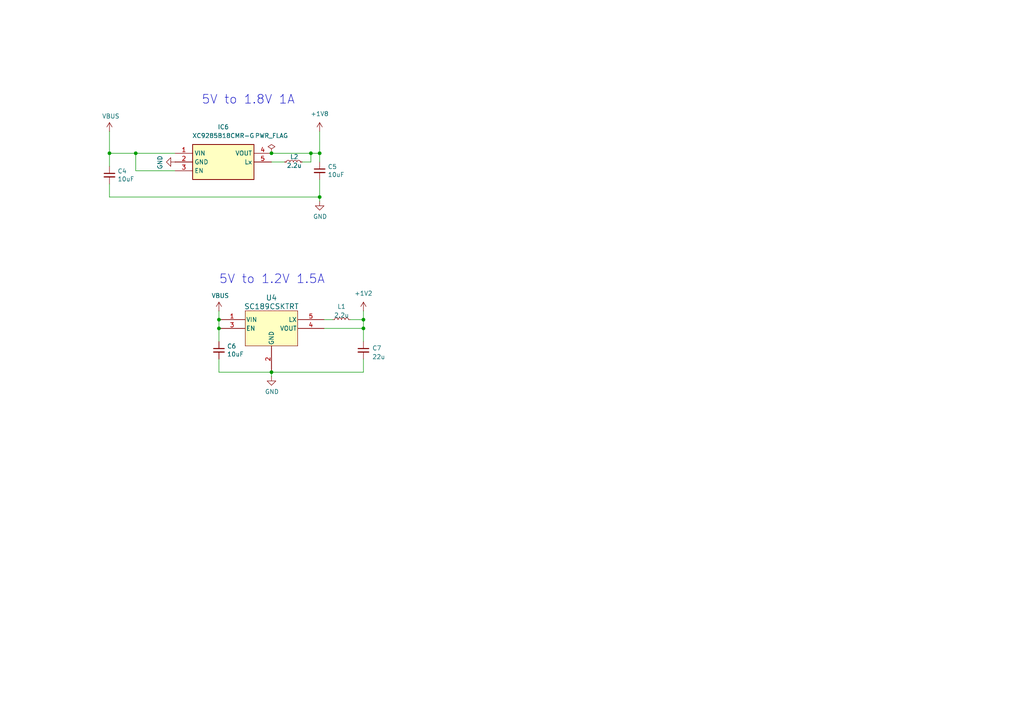
<source format=kicad_sch>
(kicad_sch (version 20250114) (generator "eeschema") (generator_version "9.0")
  (paper "A4")
  (lib_symbols
    (symbol "Device:C_Small" (pin_numbers (hide yes)) (pin_names (offset 0.254) (hide yes))
      (property "Reference" "C" (at 0.254 1.778 0))
      (property "Value" "C_Small" (at 0.254 -2.032 0))
      (symbol "C_Small_0_1"
        (polyline (pts (xy -1.524 0.508) (xy 1.524 0.508)) (stroke (width 0.3048)))
        (polyline (pts (xy -1.524 -0.508) (xy 1.524 -0.508)) (stroke (width 0.3302)))
      )
      (symbol "C_Small_1_1"
        (pin passive line (at 0 2.54 270) (length 2.032) (name "~") (number "1"))
        (pin passive line (at 0 -2.54 90) (length 2.032) (name "~") (number "2"))
      )
    )
    (symbol "Device:L_Small" (pin_numbers (hide yes)) (pin_names (offset 0.254) (hide yes))
      (property "Reference" "L" (at 0.762 1.016 0))
      (property "Value" "L_Small" (at 0.762 -1.016 0))
      (symbol "L_Small_0_1"
        (arc (start 0 2.032) (mid 0.5058 1.524) (end 0 1.016))
        (arc (start 0 1.016) (mid 0.5058 0.508) (end 0 0))
        (arc (start 0 0) (mid 0.5058 -0.508) (end 0 -1.016))
        (arc (start 0 -1.016) (mid 0.5058 -1.524) (end 0 -2.032))
      )
      (symbol "L_Small_1_1"
        (pin passive line (at 0 2.54 270) (length 0.508) (name "~") (number "1"))
        (pin passive line (at 0 -2.54 90) (length 0.508) (name "~") (number "2"))
      )
    )
    (symbol "SC189:SC189CSKTRT" (pin_names (offset 0.254))
      (property "Reference" "U" (at 20.32 10.16 0))
      (property "Value" "SC189CSKTRT" (at 20.32 7.62 0))
      (symbol "SC189CSKTRT_0_1"
        (pin power_out line (at 35.56 0 180) (length 7.62) (name "VOUT") (number "4"))
      )
      (symbol "SC189CSKTRT_1_1"
        (rectangle (start 12.7 5.08) (end 27.94 -5.08) (fill (type background)))
        (pin power_in line (at 5.08 2.54 0) (length 7.62) (name "VIN") (number "1"))
        (pin input line (at 5.08 0 0) (length 7.62) (name "EN") (number "3"))
        (pin power_in line (at 20.32 -12.7 90) (length 7.62) (name "GND") (number "2"))
        (pin passive line (at 35.56 2.54 180) (length 7.62) (name "LX") (number "5"))
      )
    )
    (symbol "Samacsys:XC9285B18CMR-G"
      (property "Reference" "IC" (at 24.13 7.62 0))
      (property "Value" "XC9285B18CMR-G" (at 24.13 5.08 0))
      (symbol "XC9285B18CMR-G_1_1"
        (rectangle (start 5.08 2.54) (end 22.86 -7.62) (stroke (width 0.254)) (fill (type background)))
        (pin passive line (at 0 0 0) (length 5.08) (name "VIN") (number "1"))
        (pin passive line (at 0 -2.54 0) (length 5.08) (name "GND") (number "2"))
        (pin passive line (at 0 -5.08 0) (length 5.08) (name "EN") (number "3"))
        (pin passive line (at 27.94 0 180) (length 5.08) (name "VOUT") (number "4"))
        (pin passive line (at 27.94 -2.54 180) (length 5.08) (name "Lx") (number "5"))
      )
    )
    (symbol "power:+1V2" (power) (pin_numbers (hide yes)) (pin_names (offset 0) (hide yes))
      (property "Value" "+1V2" (at 0 3.556 0))
      (symbol "+1V2_0_1"
        (polyline (pts (xy -0.762 1.27) (xy 0 2.54)))
        (polyline (pts (xy 0 2.54) (xy 0.762 1.27)))
        (polyline (pts (xy 0 0) (xy 0 2.54)))
      )
      (symbol "+1V2_1_1"
        (pin power_in line (at 0 0 90) (length 0) (name "~") (number "1"))
      )
    )
    (symbol "power:+1V8" (power) (pin_numbers (hide yes)) (pin_names (offset 0) (hide yes))
      (property "Value" "+1V8" (at 0 3.556 0))
      (symbol "+1V8_0_1"
        (polyline (pts (xy -0.762 1.27) (xy 0 2.54)))
        (polyline (pts (xy 0 2.54) (xy 0.762 1.27)))
        (polyline (pts (xy 0 0) (xy 0 2.54)))
      )
      (symbol "+1V8_1_1"
        (pin power_in line (at 0 0 90) (length 0) (name "~") (number "1"))
      )
    )
    (symbol "power:GND" (power) (pin_numbers (hide yes)) (pin_names (offset 0) (hide yes))
      (property "Value" "GND" (at 0 -3.81 0))
      (symbol "GND_0_1"
        (polyline (pts (xy 0 0) (xy 0 -1.27) (xy 1.27 -1.27) (xy 0 -2.54) (xy -1.27 -1.27) (xy 0 -1.27)))
      )
      (symbol "GND_1_1"
        (pin power_in line (at 0 0 270) (length 0) (name "~") (number "1"))
      )
    )
    (symbol "power:PWR_FLAG" (power) (pin_numbers (hide yes)) (pin_names (offset 0) (hide yes))
      (property "Value" "PWR_FLAG" (at 0 3.81 0))
      (symbol "PWR_FLAG_0_0"
        (pin power_out line (at 0 0 90) (length 0) (name "~") (number "1"))
      )
      (symbol "PWR_FLAG_0_1"
        (polyline (pts (xy 0 0) (xy 0 1.27) (xy -1.016 1.905) (xy 0 2.54) (xy 1.016 1.905) (xy 0 1.27)))
      )
    )
    (symbol "power:VBUS" (power) (pin_numbers (hide yes)) (pin_names (offset 0) (hide yes))
      (property "Value" "VBUS" (at 0 3.556 0))
      (symbol "VBUS_0_1"
        (polyline (pts (xy -0.762 1.27) (xy 0 2.54)))
        (polyline (pts (xy 0 2.54) (xy 0.762 1.27)))
        (polyline (pts (xy 0 0) (xy 0 2.54)))
      )
      (symbol "VBUS_1_1"
        (pin power_in line (at 0 0 90) (length 0) (name "~") (number "1"))
      )
    )
  )
  (text "5V to 1.8V 1A" (at 58.42 30.48 0) (effects (font (size 2.54 2.54)) (justify left bottom)))
  (text "5V to 1.2V 1.5A" (at 63.5 82.55 0) (effects (font (size 2.54 2.54)) (justify left bottom)))
  (junction (at 105.41 92.71))
  (junction (at 39.37 44.45))
  (junction (at 105.41 95.25))
  (junction (at 78.74 107.95))
  (junction (at 31.75 44.45))
  (junction (at 63.5 95.25))
  (junction (at 90.17 44.45))
  (junction (at 63.5 92.71))
  (junction (at 92.71 57.15))
  (junction (at 78.74 44.45))
  (junction (at 92.71 44.45))
  (wire (pts (xy 31.75 48.26) (xy 31.75 44.45)))
  (wire (pts (xy 87.63 46.99) (xy 90.17 46.99)))
  (wire (pts (xy 39.37 44.45) (xy 50.8 44.45)))
  (wire (pts (xy 31.75 38.1) (xy 31.75 44.45)))
  (wire (pts (xy 105.41 104.14) (xy 105.41 107.95)))
  (wire (pts (xy 92.71 38.1) (xy 92.71 44.45)))
  (wire (pts (xy 105.41 95.25) (xy 105.41 99.06)))
  (wire (pts (xy 90.17 46.99) (xy 90.17 44.45)))
  (wire (pts (xy 63.5 95.25) (xy 63.5 99.06)))
  (wire (pts (xy 78.74 44.45) (xy 90.17 44.45)))
  (wire (pts (xy 92.71 57.15) (xy 92.71 58.42)))
  (wire (pts (xy 63.5 92.71) (xy 63.5 95.25)))
  (wire (pts (xy 105.41 107.95) (xy 78.74 107.95)))
  (wire (pts (xy 105.41 90.17) (xy 105.41 92.71)))
  (wire (pts (xy 92.71 46.99) (xy 92.71 44.45)))
  (wire (pts (xy 31.75 44.45) (xy 39.37 44.45)))
  (wire (pts (xy 31.75 53.34) (xy 31.75 57.15)))
  (wire (pts (xy 96.52 92.71) (xy 93.98 92.71)))
  (wire (pts (xy 31.75 57.15) (xy 92.71 57.15)))
  (wire (pts (xy 90.17 44.45) (xy 92.71 44.45)))
  (wire (pts (xy 105.41 95.25) (xy 105.41 92.71)))
  (wire (pts (xy 50.8 49.53) (xy 39.37 49.53)))
  (wire (pts (xy 82.55 46.99) (xy 78.74 46.99)))
  (wire (pts (xy 93.98 95.25) (xy 105.41 95.25)))
  (wire (pts (xy 63.5 107.95) (xy 63.5 104.14)))
  (wire (pts (xy 39.37 44.45) (xy 39.37 49.53)))
  (wire (pts (xy 101.6 92.71) (xy 105.41 92.71)))
  (wire (pts (xy 92.71 52.07) (xy 92.71 57.15)))
  (wire (pts (xy 63.5 90.17) (xy 63.5 92.71)))
  (wire (pts (xy 78.74 107.95) (xy 63.5 107.95)))
  (wire (pts (xy 78.74 107.95) (xy 78.74 109.22)))
  (symbol (lib_id "Device:C_Small") (at 31.75 50.8 0) (unit 1)
    (property "Reference" "C4" (at 34.0868 49.6316 0) (effects (justify left)))
    (property "Value" "10uF" (at 34.0868 51.943 0) (effects (justify left)))
    (property "Footprint" "Capacitor_SMD:C_0805_2012Metric" (effects (hide yes)))
    (instances (project "framework_logic_analyzer" (path "" (reference "C4") (unit 1))) (project "Microcontroller" (path "" (reference "C5") (unit 1))))
  )
  (symbol (lib_id "power:PWR_FLAG") (at 78.74 44.45 0) (unit 1)
    (property "Reference" "#FLG01" (effects (hide yes)))
    (property "Value" "PWR_FLAG" (at 78.74 39.37 0))
    (property "Description" "Special symbol for telling ERC where power comes from" (effects (hide yes)))
  )
  (symbol (lib_id "power:VBUS") (at 31.75 38.1 0) (unit 1)
    (property "Reference" "#PWR012" (effects (hide yes)))
    (property "Value" "VBUS" (at 32.131 33.7058 0))
    (instances (project "framework_logic_analyzer" (path "" (reference "#PWR012") (unit 1))) (project "Microcontroller" (path "" (reference "#PWR019") (unit 1))))
  )
  (symbol (lib_id "power:+1V2") (at 105.41 90.17 0) (unit 1)
    (property "Reference" "#PWR013" (effects (hide yes)))
    (property "Value" "+1V2" (at 105.41 85.09 0))
    (property "Description" "Power symbol creates a global label with name \"+1V2\"" (effects (hide yes)))
  )
  (symbol (lib_id "power:GND") (at 92.71 58.42 0) (unit 1)
    (property "Reference" "#PWR020" (effects (hide yes)))
    (property "Value" "GND" (at 92.837 62.8142 0))
    (instances (project "framework_logic_analyzer" (path "" (reference "#PWR020") (unit 1))) (project "Microcontroller" (path "" (reference "#PWR023") (unit 1))))
  )
  (symbol (lib_id "power:GND") (at 50.8 46.99 270) (unit 1)
    (property "Reference" "#PWR07" (effects (hide yes)))
    (property "Value" "GND" (at 46.4058 47.117 0))
  )
  (symbol (lib_id "Device:C_Small") (at 92.71 49.53 0) (unit 1)
    (property "Reference" "C5" (at 95.0468 48.3616 0) (effects (justify left)))
    (property "Value" "10uF" (at 95.0468 50.673 0) (effects (justify left)))
    (property "Footprint" "Capacitor_SMD:C_0805_2012Metric" (effects (hide yes)))
    (instances (project "framework_logic_analyzer" (path "" (reference "C5") (unit 1))) (project "Microcontroller" (path "" (reference "C6") (unit 1))))
  )
  (symbol (lib_id "Samacsys:XC9285B18CMR-G") (at 50.8 44.45 0) (unit 1)
    (property "Reference" "IC6" (at 64.77 36.83 0))
    (property "Value" "XC9285B18CMR-G" (at 64.77 39.37 0))
    (property "Footprint" "Samacsys:SOT95P280X130-5N" (effects (hide yes)))
    (property "Datasheet" "https://product.torexsemi.com/system/files/series/XC9285.pdf" (effects (hide yes)))
    (property "Description" "HiSAT-COT Control, 1A Synchronous Step-Down DC/DC Converters" (effects (hide yes)))
    (property "Height" "1.3" (effects (hide yes)))
    (property "Manufacturer_Name" "Torex" (effects (hide yes)))
    (property "Manufacturer_Part_Number" "XC9285B18CMR-G" (effects (hide yes)))
  )
  (symbol (lib_id "Device:C_Small") (at 105.41 101.6 0) (mirror y) (unit 1)
    (property "Reference" "C7" (at 107.95 100.9713 0) (effects (justify right)))
    (property "Value" "22u" (at 107.95 103.5113 0) (effects (justify right)))
    (property "Footprint" "Capacitor_SMD:C_0603_1608Metric" (effects (hide yes)))
  )
  (symbol (lib_id "Device:L_Small") (at 85.09 46.99 90) (unit 1)
    (property "Reference" "L2" (at 85.344 45.466 90))
    (property "Value" "2.2u" (at 85.344 48.006 90))
    (property "Footprint" "Inductor_SMD:L_1008_2520Metric" (effects (hide yes)))
    (property "LCSC" "C315721" (effects (hide yes)))
  )
  (symbol (lib_id "Device:L_Small") (at 99.06 92.71 90) (unit 1)
    (property "Reference" "L1" (at 99.06 88.9 90))
    (property "Value" "2.2u" (at 99.06 91.44 90))
    (property "Footprint" "Inductor_SMD:L_1008_2520Metric" (effects (hide yes)))
    (property "LCSC" "C315721" (effects (hide yes)))
  )
  (symbol (lib_id "SC189:SC189CSKTRT") (at 58.42 95.25 0) (unit 1)
    (property "Reference" "U4" (at 78.74 86.36 0) (effects (font (size 1.524 1.524))))
    (property "Value" "SC189CSKTRT" (at 78.74 88.9 0) (effects (font (size 1.524 1.524))))
    (property "Footprint" "SC189:SOT_CSKTRT_SEM" (effects (hide yes)))
    (property "Datasheet" "SC189CSKTRT" (effects (hide yes)))
  )
  (symbol (lib_id "Device:C_Small") (at 63.5 101.6 0) (unit 1)
    (property "Reference" "C6" (at 65.8368 100.4316 0) (effects (justify left)))
    (property "Value" "10uF" (at 65.8368 102.743 0) (effects (justify left)))
    (property "Footprint" "Capacitor_SMD:C_0805_2012Metric" (effects (hide yes)))
    (instances (project "framework_logic_analyzer" (path "" (reference "C6") (unit 1))) (project "Microcontroller" (path "" (reference "C5") (unit 1))))
  )
  (symbol (lib_id "power:+1V8") (at 92.71 38.1 0) (unit 1)
    (property "Reference" "#PWR8" (effects (hide yes)))
    (property "Value" "+1V8" (at 92.71 33.02 0))
    (property "Description" "Power symbol creates a global label with name \"+1V8\"" (effects (hide yes)))
  )
  (symbol (lib_id "power:GND") (at 78.74 109.22 0) (unit 1)
    (property "Reference" "#PWR024" (effects (hide yes)))
    (property "Value" "GND" (at 78.867 113.6142 0))
    (instances (project "framework_logic_analyzer" (path "" (reference "#PWR024") (unit 1))) (project "Microcontroller" (path "" (reference "#PWR023") (unit 1))))
  )
  (symbol (lib_id "power:VBUS") (at 63.5 90.17 0) (unit 1)
    (property "Reference" "#PWR021" (effects (hide yes)))
    (property "Value" "VBUS" (at 63.881 85.7758 0))
    (instances (project "framework_logic_analyzer" (path "" (reference "#PWR021") (unit 1))) (project "Microcontroller" (path "" (reference "#PWR019") (unit 1))))
  )
)
</source>
